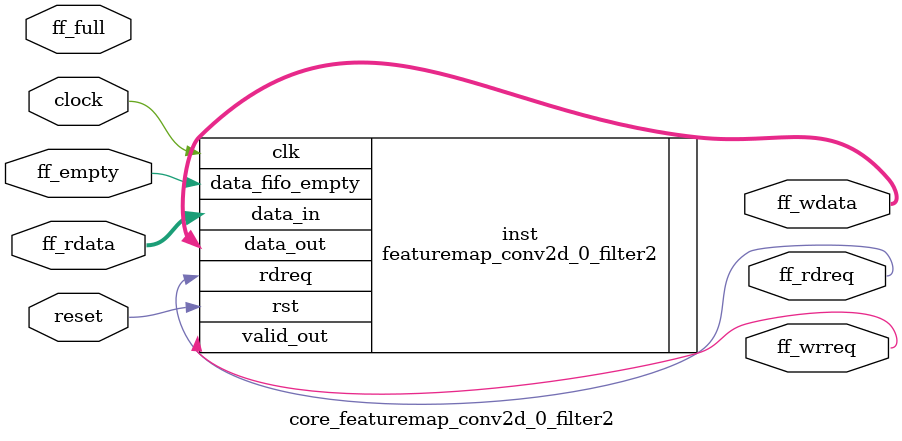
<source format=v>
module core_featuremap_conv2d_0_filter2 (
    clock,
    reset,
    // FIFO READ
    ff_rdata,
    ff_rdreq,
    ff_empty,
    // FIFO WRITE
    ff_wdata,
    ff_wrreq,
    ff_full
);
//
parameter  DWIDTH = 32;
//
input   clock;
input   reset;
// FIFO READ
input [DWIDTH*3-1:0] ff_rdata;
output               ff_rdreq;
input                ff_empty;
// FIFO WRITE
output [DWIDTH-1:0]   ff_wdata;
output                ff_wrreq;
input                 ff_full;
//

featuremap_conv2d_0_filter2 inst(
    .clk(clock),
    .rst(reset), 

    .data_in(ff_rdata),
    .data_fifo_empty(ff_empty),

    .data_out(ff_wdata),
    .valid_out(ff_wrreq),
    .rdreq(ff_rdreq)
);

endmodule
</source>
